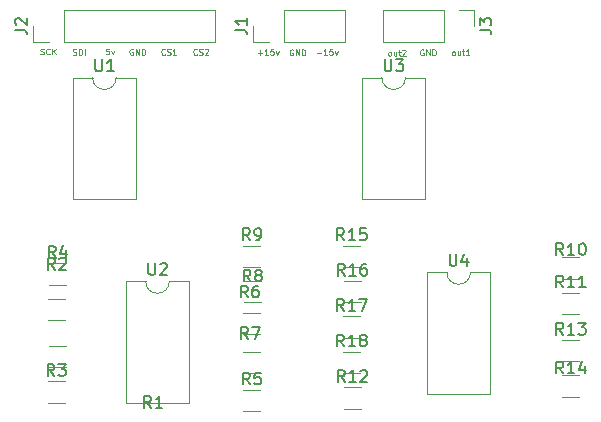
<source format=gbr>
%TF.GenerationSoftware,KiCad,Pcbnew,8.0.6*%
%TF.CreationDate,2024-11-22T18:40:36+01:00*%
%TF.ProjectId,+-10v dac,2b2d3130-7620-4646-9163-2e6b69636164,rev?*%
%TF.SameCoordinates,Original*%
%TF.FileFunction,Legend,Top*%
%TF.FilePolarity,Positive*%
%FSLAX46Y46*%
G04 Gerber Fmt 4.6, Leading zero omitted, Abs format (unit mm)*
G04 Created by KiCad (PCBNEW 8.0.6) date 2024-11-22 18:40:36*
%MOMM*%
%LPD*%
G01*
G04 APERTURE LIST*
%ADD10C,0.100000*%
%ADD11C,0.150000*%
%ADD12C,0.120000*%
G04 APERTURE END LIST*
D10*
X140036265Y-74493609D02*
X139988646Y-74469800D01*
X139988646Y-74469800D02*
X139964836Y-74445990D01*
X139964836Y-74445990D02*
X139941027Y-74398371D01*
X139941027Y-74398371D02*
X139941027Y-74255514D01*
X139941027Y-74255514D02*
X139964836Y-74207895D01*
X139964836Y-74207895D02*
X139988646Y-74184085D01*
X139988646Y-74184085D02*
X140036265Y-74160276D01*
X140036265Y-74160276D02*
X140107693Y-74160276D01*
X140107693Y-74160276D02*
X140155312Y-74184085D01*
X140155312Y-74184085D02*
X140179122Y-74207895D01*
X140179122Y-74207895D02*
X140202931Y-74255514D01*
X140202931Y-74255514D02*
X140202931Y-74398371D01*
X140202931Y-74398371D02*
X140179122Y-74445990D01*
X140179122Y-74445990D02*
X140155312Y-74469800D01*
X140155312Y-74469800D02*
X140107693Y-74493609D01*
X140107693Y-74493609D02*
X140036265Y-74493609D01*
X140631503Y-74160276D02*
X140631503Y-74493609D01*
X140417217Y-74160276D02*
X140417217Y-74422180D01*
X140417217Y-74422180D02*
X140441027Y-74469800D01*
X140441027Y-74469800D02*
X140488646Y-74493609D01*
X140488646Y-74493609D02*
X140560074Y-74493609D01*
X140560074Y-74493609D02*
X140607693Y-74469800D01*
X140607693Y-74469800D02*
X140631503Y-74445990D01*
X140798170Y-74160276D02*
X140988646Y-74160276D01*
X140869598Y-73993609D02*
X140869598Y-74422180D01*
X140869598Y-74422180D02*
X140893408Y-74469800D01*
X140893408Y-74469800D02*
X140941027Y-74493609D01*
X140941027Y-74493609D02*
X140988646Y-74493609D01*
X141417217Y-74493609D02*
X141131503Y-74493609D01*
X141274360Y-74493609D02*
X141274360Y-73993609D01*
X141274360Y-73993609D02*
X141226741Y-74065038D01*
X141226741Y-74065038D02*
X141179122Y-74112657D01*
X141179122Y-74112657D02*
X141131503Y-74136466D01*
X137526741Y-74017419D02*
X137479122Y-73993609D01*
X137479122Y-73993609D02*
X137407693Y-73993609D01*
X137407693Y-73993609D02*
X137336265Y-74017419D01*
X137336265Y-74017419D02*
X137288646Y-74065038D01*
X137288646Y-74065038D02*
X137264836Y-74112657D01*
X137264836Y-74112657D02*
X137241027Y-74207895D01*
X137241027Y-74207895D02*
X137241027Y-74279323D01*
X137241027Y-74279323D02*
X137264836Y-74374561D01*
X137264836Y-74374561D02*
X137288646Y-74422180D01*
X137288646Y-74422180D02*
X137336265Y-74469800D01*
X137336265Y-74469800D02*
X137407693Y-74493609D01*
X137407693Y-74493609D02*
X137455312Y-74493609D01*
X137455312Y-74493609D02*
X137526741Y-74469800D01*
X137526741Y-74469800D02*
X137550550Y-74445990D01*
X137550550Y-74445990D02*
X137550550Y-74279323D01*
X137550550Y-74279323D02*
X137455312Y-74279323D01*
X137764836Y-74493609D02*
X137764836Y-73993609D01*
X137764836Y-73993609D02*
X138050550Y-74493609D01*
X138050550Y-74493609D02*
X138050550Y-73993609D01*
X138288646Y-74493609D02*
X138288646Y-73993609D01*
X138288646Y-73993609D02*
X138407694Y-73993609D01*
X138407694Y-73993609D02*
X138479122Y-74017419D01*
X138479122Y-74017419D02*
X138526741Y-74065038D01*
X138526741Y-74065038D02*
X138550551Y-74112657D01*
X138550551Y-74112657D02*
X138574360Y-74207895D01*
X138574360Y-74207895D02*
X138574360Y-74279323D01*
X138574360Y-74279323D02*
X138550551Y-74374561D01*
X138550551Y-74374561D02*
X138526741Y-74422180D01*
X138526741Y-74422180D02*
X138479122Y-74469800D01*
X138479122Y-74469800D02*
X138407694Y-74493609D01*
X138407694Y-74493609D02*
X138288646Y-74493609D01*
X134646265Y-74518637D02*
X134598646Y-74494828D01*
X134598646Y-74494828D02*
X134574836Y-74471018D01*
X134574836Y-74471018D02*
X134551027Y-74423399D01*
X134551027Y-74423399D02*
X134551027Y-74280542D01*
X134551027Y-74280542D02*
X134574836Y-74232923D01*
X134574836Y-74232923D02*
X134598646Y-74209113D01*
X134598646Y-74209113D02*
X134646265Y-74185304D01*
X134646265Y-74185304D02*
X134717693Y-74185304D01*
X134717693Y-74185304D02*
X134765312Y-74209113D01*
X134765312Y-74209113D02*
X134789122Y-74232923D01*
X134789122Y-74232923D02*
X134812931Y-74280542D01*
X134812931Y-74280542D02*
X134812931Y-74423399D01*
X134812931Y-74423399D02*
X134789122Y-74471018D01*
X134789122Y-74471018D02*
X134765312Y-74494828D01*
X134765312Y-74494828D02*
X134717693Y-74518637D01*
X134717693Y-74518637D02*
X134646265Y-74518637D01*
X135241503Y-74185304D02*
X135241503Y-74518637D01*
X135027217Y-74185304D02*
X135027217Y-74447208D01*
X135027217Y-74447208D02*
X135051027Y-74494828D01*
X135051027Y-74494828D02*
X135098646Y-74518637D01*
X135098646Y-74518637D02*
X135170074Y-74518637D01*
X135170074Y-74518637D02*
X135217693Y-74494828D01*
X135217693Y-74494828D02*
X135241503Y-74471018D01*
X135408170Y-74185304D02*
X135598646Y-74185304D01*
X135479598Y-74018637D02*
X135479598Y-74447208D01*
X135479598Y-74447208D02*
X135503408Y-74494828D01*
X135503408Y-74494828D02*
X135551027Y-74518637D01*
X135551027Y-74518637D02*
X135598646Y-74518637D01*
X135741503Y-74066256D02*
X135765312Y-74042447D01*
X135765312Y-74042447D02*
X135812931Y-74018637D01*
X135812931Y-74018637D02*
X135931979Y-74018637D01*
X135931979Y-74018637D02*
X135979598Y-74042447D01*
X135979598Y-74042447D02*
X136003407Y-74066256D01*
X136003407Y-74066256D02*
X136027217Y-74113875D01*
X136027217Y-74113875D02*
X136027217Y-74161494D01*
X136027217Y-74161494D02*
X136003407Y-74232923D01*
X136003407Y-74232923D02*
X135717693Y-74518637D01*
X135717693Y-74518637D02*
X136027217Y-74518637D01*
X128494836Y-74253133D02*
X128875789Y-74253133D01*
X129375789Y-74443609D02*
X129090075Y-74443609D01*
X129232932Y-74443609D02*
X129232932Y-73943609D01*
X129232932Y-73943609D02*
X129185313Y-74015038D01*
X129185313Y-74015038D02*
X129137694Y-74062657D01*
X129137694Y-74062657D02*
X129090075Y-74086466D01*
X129828169Y-73943609D02*
X129590074Y-73943609D01*
X129590074Y-73943609D02*
X129566265Y-74181704D01*
X129566265Y-74181704D02*
X129590074Y-74157895D01*
X129590074Y-74157895D02*
X129637693Y-74134085D01*
X129637693Y-74134085D02*
X129756741Y-74134085D01*
X129756741Y-74134085D02*
X129804360Y-74157895D01*
X129804360Y-74157895D02*
X129828169Y-74181704D01*
X129828169Y-74181704D02*
X129851979Y-74229323D01*
X129851979Y-74229323D02*
X129851979Y-74348371D01*
X129851979Y-74348371D02*
X129828169Y-74395990D01*
X129828169Y-74395990D02*
X129804360Y-74419800D01*
X129804360Y-74419800D02*
X129756741Y-74443609D01*
X129756741Y-74443609D02*
X129637693Y-74443609D01*
X129637693Y-74443609D02*
X129590074Y-74419800D01*
X129590074Y-74419800D02*
X129566265Y-74395990D01*
X130018645Y-74110276D02*
X130137693Y-74443609D01*
X130137693Y-74443609D02*
X130256740Y-74110276D01*
X126476741Y-74017419D02*
X126429122Y-73993609D01*
X126429122Y-73993609D02*
X126357693Y-73993609D01*
X126357693Y-73993609D02*
X126286265Y-74017419D01*
X126286265Y-74017419D02*
X126238646Y-74065038D01*
X126238646Y-74065038D02*
X126214836Y-74112657D01*
X126214836Y-74112657D02*
X126191027Y-74207895D01*
X126191027Y-74207895D02*
X126191027Y-74279323D01*
X126191027Y-74279323D02*
X126214836Y-74374561D01*
X126214836Y-74374561D02*
X126238646Y-74422180D01*
X126238646Y-74422180D02*
X126286265Y-74469800D01*
X126286265Y-74469800D02*
X126357693Y-74493609D01*
X126357693Y-74493609D02*
X126405312Y-74493609D01*
X126405312Y-74493609D02*
X126476741Y-74469800D01*
X126476741Y-74469800D02*
X126500550Y-74445990D01*
X126500550Y-74445990D02*
X126500550Y-74279323D01*
X126500550Y-74279323D02*
X126405312Y-74279323D01*
X126714836Y-74493609D02*
X126714836Y-73993609D01*
X126714836Y-73993609D02*
X127000550Y-74493609D01*
X127000550Y-74493609D02*
X127000550Y-73993609D01*
X127238646Y-74493609D02*
X127238646Y-73993609D01*
X127238646Y-73993609D02*
X127357694Y-73993609D01*
X127357694Y-73993609D02*
X127429122Y-74017419D01*
X127429122Y-74017419D02*
X127476741Y-74065038D01*
X127476741Y-74065038D02*
X127500551Y-74112657D01*
X127500551Y-74112657D02*
X127524360Y-74207895D01*
X127524360Y-74207895D02*
X127524360Y-74279323D01*
X127524360Y-74279323D02*
X127500551Y-74374561D01*
X127500551Y-74374561D02*
X127476741Y-74422180D01*
X127476741Y-74422180D02*
X127429122Y-74469800D01*
X127429122Y-74469800D02*
X127357694Y-74493609D01*
X127357694Y-74493609D02*
X127238646Y-74493609D01*
X123494836Y-74253133D02*
X123875789Y-74253133D01*
X123685312Y-74443609D02*
X123685312Y-74062657D01*
X124375789Y-74443609D02*
X124090075Y-74443609D01*
X124232932Y-74443609D02*
X124232932Y-73943609D01*
X124232932Y-73943609D02*
X124185313Y-74015038D01*
X124185313Y-74015038D02*
X124137694Y-74062657D01*
X124137694Y-74062657D02*
X124090075Y-74086466D01*
X124828169Y-73943609D02*
X124590074Y-73943609D01*
X124590074Y-73943609D02*
X124566265Y-74181704D01*
X124566265Y-74181704D02*
X124590074Y-74157895D01*
X124590074Y-74157895D02*
X124637693Y-74134085D01*
X124637693Y-74134085D02*
X124756741Y-74134085D01*
X124756741Y-74134085D02*
X124804360Y-74157895D01*
X124804360Y-74157895D02*
X124828169Y-74181704D01*
X124828169Y-74181704D02*
X124851979Y-74229323D01*
X124851979Y-74229323D02*
X124851979Y-74348371D01*
X124851979Y-74348371D02*
X124828169Y-74395990D01*
X124828169Y-74395990D02*
X124804360Y-74419800D01*
X124804360Y-74419800D02*
X124756741Y-74443609D01*
X124756741Y-74443609D02*
X124637693Y-74443609D01*
X124637693Y-74443609D02*
X124590074Y-74419800D01*
X124590074Y-74419800D02*
X124566265Y-74395990D01*
X125018645Y-74110276D02*
X125137693Y-74443609D01*
X125137693Y-74443609D02*
X125256740Y-74110276D01*
X118350550Y-74395990D02*
X118326741Y-74419800D01*
X118326741Y-74419800D02*
X118255312Y-74443609D01*
X118255312Y-74443609D02*
X118207693Y-74443609D01*
X118207693Y-74443609D02*
X118136265Y-74419800D01*
X118136265Y-74419800D02*
X118088646Y-74372180D01*
X118088646Y-74372180D02*
X118064836Y-74324561D01*
X118064836Y-74324561D02*
X118041027Y-74229323D01*
X118041027Y-74229323D02*
X118041027Y-74157895D01*
X118041027Y-74157895D02*
X118064836Y-74062657D01*
X118064836Y-74062657D02*
X118088646Y-74015038D01*
X118088646Y-74015038D02*
X118136265Y-73967419D01*
X118136265Y-73967419D02*
X118207693Y-73943609D01*
X118207693Y-73943609D02*
X118255312Y-73943609D01*
X118255312Y-73943609D02*
X118326741Y-73967419D01*
X118326741Y-73967419D02*
X118350550Y-73991228D01*
X118541027Y-74419800D02*
X118612455Y-74443609D01*
X118612455Y-74443609D02*
X118731503Y-74443609D01*
X118731503Y-74443609D02*
X118779122Y-74419800D01*
X118779122Y-74419800D02*
X118802931Y-74395990D01*
X118802931Y-74395990D02*
X118826741Y-74348371D01*
X118826741Y-74348371D02*
X118826741Y-74300752D01*
X118826741Y-74300752D02*
X118802931Y-74253133D01*
X118802931Y-74253133D02*
X118779122Y-74229323D01*
X118779122Y-74229323D02*
X118731503Y-74205514D01*
X118731503Y-74205514D02*
X118636265Y-74181704D01*
X118636265Y-74181704D02*
X118588646Y-74157895D01*
X118588646Y-74157895D02*
X118564836Y-74134085D01*
X118564836Y-74134085D02*
X118541027Y-74086466D01*
X118541027Y-74086466D02*
X118541027Y-74038847D01*
X118541027Y-74038847D02*
X118564836Y-73991228D01*
X118564836Y-73991228D02*
X118588646Y-73967419D01*
X118588646Y-73967419D02*
X118636265Y-73943609D01*
X118636265Y-73943609D02*
X118755312Y-73943609D01*
X118755312Y-73943609D02*
X118826741Y-73967419D01*
X119017217Y-73991228D02*
X119041026Y-73967419D01*
X119041026Y-73967419D02*
X119088645Y-73943609D01*
X119088645Y-73943609D02*
X119207693Y-73943609D01*
X119207693Y-73943609D02*
X119255312Y-73967419D01*
X119255312Y-73967419D02*
X119279121Y-73991228D01*
X119279121Y-73991228D02*
X119302931Y-74038847D01*
X119302931Y-74038847D02*
X119302931Y-74086466D01*
X119302931Y-74086466D02*
X119279121Y-74157895D01*
X119279121Y-74157895D02*
X118993407Y-74443609D01*
X118993407Y-74443609D02*
X119302931Y-74443609D01*
X115640550Y-74395990D02*
X115616741Y-74419800D01*
X115616741Y-74419800D02*
X115545312Y-74443609D01*
X115545312Y-74443609D02*
X115497693Y-74443609D01*
X115497693Y-74443609D02*
X115426265Y-74419800D01*
X115426265Y-74419800D02*
X115378646Y-74372180D01*
X115378646Y-74372180D02*
X115354836Y-74324561D01*
X115354836Y-74324561D02*
X115331027Y-74229323D01*
X115331027Y-74229323D02*
X115331027Y-74157895D01*
X115331027Y-74157895D02*
X115354836Y-74062657D01*
X115354836Y-74062657D02*
X115378646Y-74015038D01*
X115378646Y-74015038D02*
X115426265Y-73967419D01*
X115426265Y-73967419D02*
X115497693Y-73943609D01*
X115497693Y-73943609D02*
X115545312Y-73943609D01*
X115545312Y-73943609D02*
X115616741Y-73967419D01*
X115616741Y-73967419D02*
X115640550Y-73991228D01*
X115831027Y-74419800D02*
X115902455Y-74443609D01*
X115902455Y-74443609D02*
X116021503Y-74443609D01*
X116021503Y-74443609D02*
X116069122Y-74419800D01*
X116069122Y-74419800D02*
X116092931Y-74395990D01*
X116092931Y-74395990D02*
X116116741Y-74348371D01*
X116116741Y-74348371D02*
X116116741Y-74300752D01*
X116116741Y-74300752D02*
X116092931Y-74253133D01*
X116092931Y-74253133D02*
X116069122Y-74229323D01*
X116069122Y-74229323D02*
X116021503Y-74205514D01*
X116021503Y-74205514D02*
X115926265Y-74181704D01*
X115926265Y-74181704D02*
X115878646Y-74157895D01*
X115878646Y-74157895D02*
X115854836Y-74134085D01*
X115854836Y-74134085D02*
X115831027Y-74086466D01*
X115831027Y-74086466D02*
X115831027Y-74038847D01*
X115831027Y-74038847D02*
X115854836Y-73991228D01*
X115854836Y-73991228D02*
X115878646Y-73967419D01*
X115878646Y-73967419D02*
X115926265Y-73943609D01*
X115926265Y-73943609D02*
X116045312Y-73943609D01*
X116045312Y-73943609D02*
X116116741Y-73967419D01*
X116592931Y-74443609D02*
X116307217Y-74443609D01*
X116450074Y-74443609D02*
X116450074Y-73943609D01*
X116450074Y-73943609D02*
X116402455Y-74015038D01*
X116402455Y-74015038D02*
X116354836Y-74062657D01*
X116354836Y-74062657D02*
X116307217Y-74086466D01*
X112916741Y-73967419D02*
X112869122Y-73943609D01*
X112869122Y-73943609D02*
X112797693Y-73943609D01*
X112797693Y-73943609D02*
X112726265Y-73967419D01*
X112726265Y-73967419D02*
X112678646Y-74015038D01*
X112678646Y-74015038D02*
X112654836Y-74062657D01*
X112654836Y-74062657D02*
X112631027Y-74157895D01*
X112631027Y-74157895D02*
X112631027Y-74229323D01*
X112631027Y-74229323D02*
X112654836Y-74324561D01*
X112654836Y-74324561D02*
X112678646Y-74372180D01*
X112678646Y-74372180D02*
X112726265Y-74419800D01*
X112726265Y-74419800D02*
X112797693Y-74443609D01*
X112797693Y-74443609D02*
X112845312Y-74443609D01*
X112845312Y-74443609D02*
X112916741Y-74419800D01*
X112916741Y-74419800D02*
X112940550Y-74395990D01*
X112940550Y-74395990D02*
X112940550Y-74229323D01*
X112940550Y-74229323D02*
X112845312Y-74229323D01*
X113154836Y-74443609D02*
X113154836Y-73943609D01*
X113154836Y-73943609D02*
X113440550Y-74443609D01*
X113440550Y-74443609D02*
X113440550Y-73943609D01*
X113678646Y-74443609D02*
X113678646Y-73943609D01*
X113678646Y-73943609D02*
X113797694Y-73943609D01*
X113797694Y-73943609D02*
X113869122Y-73967419D01*
X113869122Y-73967419D02*
X113916741Y-74015038D01*
X113916741Y-74015038D02*
X113940551Y-74062657D01*
X113940551Y-74062657D02*
X113964360Y-74157895D01*
X113964360Y-74157895D02*
X113964360Y-74229323D01*
X113964360Y-74229323D02*
X113940551Y-74324561D01*
X113940551Y-74324561D02*
X113916741Y-74372180D01*
X113916741Y-74372180D02*
X113869122Y-74419800D01*
X113869122Y-74419800D02*
X113797694Y-74443609D01*
X113797694Y-74443609D02*
X113678646Y-74443609D01*
X110892931Y-73913609D02*
X110654836Y-73913609D01*
X110654836Y-73913609D02*
X110631027Y-74151704D01*
X110631027Y-74151704D02*
X110654836Y-74127895D01*
X110654836Y-74127895D02*
X110702455Y-74104085D01*
X110702455Y-74104085D02*
X110821503Y-74104085D01*
X110821503Y-74104085D02*
X110869122Y-74127895D01*
X110869122Y-74127895D02*
X110892931Y-74151704D01*
X110892931Y-74151704D02*
X110916741Y-74199323D01*
X110916741Y-74199323D02*
X110916741Y-74318371D01*
X110916741Y-74318371D02*
X110892931Y-74365990D01*
X110892931Y-74365990D02*
X110869122Y-74389800D01*
X110869122Y-74389800D02*
X110821503Y-74413609D01*
X110821503Y-74413609D02*
X110702455Y-74413609D01*
X110702455Y-74413609D02*
X110654836Y-74389800D01*
X110654836Y-74389800D02*
X110631027Y-74365990D01*
X111083407Y-74080276D02*
X111202455Y-74413609D01*
X111202455Y-74413609D02*
X111321502Y-74080276D01*
X107851027Y-74419800D02*
X107922455Y-74443609D01*
X107922455Y-74443609D02*
X108041503Y-74443609D01*
X108041503Y-74443609D02*
X108089122Y-74419800D01*
X108089122Y-74419800D02*
X108112931Y-74395990D01*
X108112931Y-74395990D02*
X108136741Y-74348371D01*
X108136741Y-74348371D02*
X108136741Y-74300752D01*
X108136741Y-74300752D02*
X108112931Y-74253133D01*
X108112931Y-74253133D02*
X108089122Y-74229323D01*
X108089122Y-74229323D02*
X108041503Y-74205514D01*
X108041503Y-74205514D02*
X107946265Y-74181704D01*
X107946265Y-74181704D02*
X107898646Y-74157895D01*
X107898646Y-74157895D02*
X107874836Y-74134085D01*
X107874836Y-74134085D02*
X107851027Y-74086466D01*
X107851027Y-74086466D02*
X107851027Y-74038847D01*
X107851027Y-74038847D02*
X107874836Y-73991228D01*
X107874836Y-73991228D02*
X107898646Y-73967419D01*
X107898646Y-73967419D02*
X107946265Y-73943609D01*
X107946265Y-73943609D02*
X108065312Y-73943609D01*
X108065312Y-73943609D02*
X108136741Y-73967419D01*
X108351026Y-74443609D02*
X108351026Y-73943609D01*
X108351026Y-73943609D02*
X108470074Y-73943609D01*
X108470074Y-73943609D02*
X108541502Y-73967419D01*
X108541502Y-73967419D02*
X108589121Y-74015038D01*
X108589121Y-74015038D02*
X108612931Y-74062657D01*
X108612931Y-74062657D02*
X108636740Y-74157895D01*
X108636740Y-74157895D02*
X108636740Y-74229323D01*
X108636740Y-74229323D02*
X108612931Y-74324561D01*
X108612931Y-74324561D02*
X108589121Y-74372180D01*
X108589121Y-74372180D02*
X108541502Y-74419800D01*
X108541502Y-74419800D02*
X108470074Y-74443609D01*
X108470074Y-74443609D02*
X108351026Y-74443609D01*
X108851026Y-74443609D02*
X108851026Y-73943609D01*
X105101027Y-74389800D02*
X105172455Y-74413609D01*
X105172455Y-74413609D02*
X105291503Y-74413609D01*
X105291503Y-74413609D02*
X105339122Y-74389800D01*
X105339122Y-74389800D02*
X105362931Y-74365990D01*
X105362931Y-74365990D02*
X105386741Y-74318371D01*
X105386741Y-74318371D02*
X105386741Y-74270752D01*
X105386741Y-74270752D02*
X105362931Y-74223133D01*
X105362931Y-74223133D02*
X105339122Y-74199323D01*
X105339122Y-74199323D02*
X105291503Y-74175514D01*
X105291503Y-74175514D02*
X105196265Y-74151704D01*
X105196265Y-74151704D02*
X105148646Y-74127895D01*
X105148646Y-74127895D02*
X105124836Y-74104085D01*
X105124836Y-74104085D02*
X105101027Y-74056466D01*
X105101027Y-74056466D02*
X105101027Y-74008847D01*
X105101027Y-74008847D02*
X105124836Y-73961228D01*
X105124836Y-73961228D02*
X105148646Y-73937419D01*
X105148646Y-73937419D02*
X105196265Y-73913609D01*
X105196265Y-73913609D02*
X105315312Y-73913609D01*
X105315312Y-73913609D02*
X105386741Y-73937419D01*
X105886740Y-74365990D02*
X105862931Y-74389800D01*
X105862931Y-74389800D02*
X105791502Y-74413609D01*
X105791502Y-74413609D02*
X105743883Y-74413609D01*
X105743883Y-74413609D02*
X105672455Y-74389800D01*
X105672455Y-74389800D02*
X105624836Y-74342180D01*
X105624836Y-74342180D02*
X105601026Y-74294561D01*
X105601026Y-74294561D02*
X105577217Y-74199323D01*
X105577217Y-74199323D02*
X105577217Y-74127895D01*
X105577217Y-74127895D02*
X105601026Y-74032657D01*
X105601026Y-74032657D02*
X105624836Y-73985038D01*
X105624836Y-73985038D02*
X105672455Y-73937419D01*
X105672455Y-73937419D02*
X105743883Y-73913609D01*
X105743883Y-73913609D02*
X105791502Y-73913609D01*
X105791502Y-73913609D02*
X105862931Y-73937419D01*
X105862931Y-73937419D02*
X105886740Y-73961228D01*
X106101026Y-74413609D02*
X106101026Y-73913609D01*
X106386740Y-74413609D02*
X106172455Y-74127895D01*
X106386740Y-73913609D02*
X106101026Y-74199323D01*
D11*
X139748095Y-91324819D02*
X139748095Y-92134342D01*
X139748095Y-92134342D02*
X139795714Y-92229580D01*
X139795714Y-92229580D02*
X139843333Y-92277200D01*
X139843333Y-92277200D02*
X139938571Y-92324819D01*
X139938571Y-92324819D02*
X140129047Y-92324819D01*
X140129047Y-92324819D02*
X140224285Y-92277200D01*
X140224285Y-92277200D02*
X140271904Y-92229580D01*
X140271904Y-92229580D02*
X140319523Y-92134342D01*
X140319523Y-92134342D02*
X140319523Y-91324819D01*
X141224285Y-91658152D02*
X141224285Y-92324819D01*
X140986190Y-91277200D02*
X140748095Y-91991485D01*
X140748095Y-91991485D02*
X141367142Y-91991485D01*
X134248095Y-74824819D02*
X134248095Y-75634342D01*
X134248095Y-75634342D02*
X134295714Y-75729580D01*
X134295714Y-75729580D02*
X134343333Y-75777200D01*
X134343333Y-75777200D02*
X134438571Y-75824819D01*
X134438571Y-75824819D02*
X134629047Y-75824819D01*
X134629047Y-75824819D02*
X134724285Y-75777200D01*
X134724285Y-75777200D02*
X134771904Y-75729580D01*
X134771904Y-75729580D02*
X134819523Y-75634342D01*
X134819523Y-75634342D02*
X134819523Y-74824819D01*
X135200476Y-74824819D02*
X135819523Y-74824819D01*
X135819523Y-74824819D02*
X135486190Y-75205771D01*
X135486190Y-75205771D02*
X135629047Y-75205771D01*
X135629047Y-75205771D02*
X135724285Y-75253390D01*
X135724285Y-75253390D02*
X135771904Y-75301009D01*
X135771904Y-75301009D02*
X135819523Y-75396247D01*
X135819523Y-75396247D02*
X135819523Y-75634342D01*
X135819523Y-75634342D02*
X135771904Y-75729580D01*
X135771904Y-75729580D02*
X135724285Y-75777200D01*
X135724285Y-75777200D02*
X135629047Y-75824819D01*
X135629047Y-75824819D02*
X135343333Y-75824819D01*
X135343333Y-75824819D02*
X135248095Y-75777200D01*
X135248095Y-75777200D02*
X135200476Y-75729580D01*
X114248095Y-92084819D02*
X114248095Y-92894342D01*
X114248095Y-92894342D02*
X114295714Y-92989580D01*
X114295714Y-92989580D02*
X114343333Y-93037200D01*
X114343333Y-93037200D02*
X114438571Y-93084819D01*
X114438571Y-93084819D02*
X114629047Y-93084819D01*
X114629047Y-93084819D02*
X114724285Y-93037200D01*
X114724285Y-93037200D02*
X114771904Y-92989580D01*
X114771904Y-92989580D02*
X114819523Y-92894342D01*
X114819523Y-92894342D02*
X114819523Y-92084819D01*
X115248095Y-92180057D02*
X115295714Y-92132438D01*
X115295714Y-92132438D02*
X115390952Y-92084819D01*
X115390952Y-92084819D02*
X115629047Y-92084819D01*
X115629047Y-92084819D02*
X115724285Y-92132438D01*
X115724285Y-92132438D02*
X115771904Y-92180057D01*
X115771904Y-92180057D02*
X115819523Y-92275295D01*
X115819523Y-92275295D02*
X115819523Y-92370533D01*
X115819523Y-92370533D02*
X115771904Y-92513390D01*
X115771904Y-92513390D02*
X115200476Y-93084819D01*
X115200476Y-93084819D02*
X115819523Y-93084819D01*
X109748095Y-74824819D02*
X109748095Y-75634342D01*
X109748095Y-75634342D02*
X109795714Y-75729580D01*
X109795714Y-75729580D02*
X109843333Y-75777200D01*
X109843333Y-75777200D02*
X109938571Y-75824819D01*
X109938571Y-75824819D02*
X110129047Y-75824819D01*
X110129047Y-75824819D02*
X110224285Y-75777200D01*
X110224285Y-75777200D02*
X110271904Y-75729580D01*
X110271904Y-75729580D02*
X110319523Y-75634342D01*
X110319523Y-75634342D02*
X110319523Y-74824819D01*
X111319523Y-75824819D02*
X110748095Y-75824819D01*
X111033809Y-75824819D02*
X111033809Y-74824819D01*
X111033809Y-74824819D02*
X110938571Y-74967676D01*
X110938571Y-74967676D02*
X110843333Y-75062914D01*
X110843333Y-75062914D02*
X110748095Y-75110533D01*
X130807142Y-99134819D02*
X130473809Y-98658628D01*
X130235714Y-99134819D02*
X130235714Y-98134819D01*
X130235714Y-98134819D02*
X130616666Y-98134819D01*
X130616666Y-98134819D02*
X130711904Y-98182438D01*
X130711904Y-98182438D02*
X130759523Y-98230057D01*
X130759523Y-98230057D02*
X130807142Y-98325295D01*
X130807142Y-98325295D02*
X130807142Y-98468152D01*
X130807142Y-98468152D02*
X130759523Y-98563390D01*
X130759523Y-98563390D02*
X130711904Y-98611009D01*
X130711904Y-98611009D02*
X130616666Y-98658628D01*
X130616666Y-98658628D02*
X130235714Y-98658628D01*
X131759523Y-99134819D02*
X131188095Y-99134819D01*
X131473809Y-99134819D02*
X131473809Y-98134819D01*
X131473809Y-98134819D02*
X131378571Y-98277676D01*
X131378571Y-98277676D02*
X131283333Y-98372914D01*
X131283333Y-98372914D02*
X131188095Y-98420533D01*
X132330952Y-98563390D02*
X132235714Y-98515771D01*
X132235714Y-98515771D02*
X132188095Y-98468152D01*
X132188095Y-98468152D02*
X132140476Y-98372914D01*
X132140476Y-98372914D02*
X132140476Y-98325295D01*
X132140476Y-98325295D02*
X132188095Y-98230057D01*
X132188095Y-98230057D02*
X132235714Y-98182438D01*
X132235714Y-98182438D02*
X132330952Y-98134819D01*
X132330952Y-98134819D02*
X132521428Y-98134819D01*
X132521428Y-98134819D02*
X132616666Y-98182438D01*
X132616666Y-98182438D02*
X132664285Y-98230057D01*
X132664285Y-98230057D02*
X132711904Y-98325295D01*
X132711904Y-98325295D02*
X132711904Y-98372914D01*
X132711904Y-98372914D02*
X132664285Y-98468152D01*
X132664285Y-98468152D02*
X132616666Y-98515771D01*
X132616666Y-98515771D02*
X132521428Y-98563390D01*
X132521428Y-98563390D02*
X132330952Y-98563390D01*
X132330952Y-98563390D02*
X132235714Y-98611009D01*
X132235714Y-98611009D02*
X132188095Y-98658628D01*
X132188095Y-98658628D02*
X132140476Y-98753866D01*
X132140476Y-98753866D02*
X132140476Y-98944342D01*
X132140476Y-98944342D02*
X132188095Y-99039580D01*
X132188095Y-99039580D02*
X132235714Y-99087200D01*
X132235714Y-99087200D02*
X132330952Y-99134819D01*
X132330952Y-99134819D02*
X132521428Y-99134819D01*
X132521428Y-99134819D02*
X132616666Y-99087200D01*
X132616666Y-99087200D02*
X132664285Y-99039580D01*
X132664285Y-99039580D02*
X132711904Y-98944342D01*
X132711904Y-98944342D02*
X132711904Y-98753866D01*
X132711904Y-98753866D02*
X132664285Y-98658628D01*
X132664285Y-98658628D02*
X132616666Y-98611009D01*
X132616666Y-98611009D02*
X132521428Y-98563390D01*
X130807142Y-96134819D02*
X130473809Y-95658628D01*
X130235714Y-96134819D02*
X130235714Y-95134819D01*
X130235714Y-95134819D02*
X130616666Y-95134819D01*
X130616666Y-95134819D02*
X130711904Y-95182438D01*
X130711904Y-95182438D02*
X130759523Y-95230057D01*
X130759523Y-95230057D02*
X130807142Y-95325295D01*
X130807142Y-95325295D02*
X130807142Y-95468152D01*
X130807142Y-95468152D02*
X130759523Y-95563390D01*
X130759523Y-95563390D02*
X130711904Y-95611009D01*
X130711904Y-95611009D02*
X130616666Y-95658628D01*
X130616666Y-95658628D02*
X130235714Y-95658628D01*
X131759523Y-96134819D02*
X131188095Y-96134819D01*
X131473809Y-96134819D02*
X131473809Y-95134819D01*
X131473809Y-95134819D02*
X131378571Y-95277676D01*
X131378571Y-95277676D02*
X131283333Y-95372914D01*
X131283333Y-95372914D02*
X131188095Y-95420533D01*
X132092857Y-95134819D02*
X132759523Y-95134819D01*
X132759523Y-95134819D02*
X132330952Y-96134819D01*
X130857142Y-93134819D02*
X130523809Y-92658628D01*
X130285714Y-93134819D02*
X130285714Y-92134819D01*
X130285714Y-92134819D02*
X130666666Y-92134819D01*
X130666666Y-92134819D02*
X130761904Y-92182438D01*
X130761904Y-92182438D02*
X130809523Y-92230057D01*
X130809523Y-92230057D02*
X130857142Y-92325295D01*
X130857142Y-92325295D02*
X130857142Y-92468152D01*
X130857142Y-92468152D02*
X130809523Y-92563390D01*
X130809523Y-92563390D02*
X130761904Y-92611009D01*
X130761904Y-92611009D02*
X130666666Y-92658628D01*
X130666666Y-92658628D02*
X130285714Y-92658628D01*
X131809523Y-93134819D02*
X131238095Y-93134819D01*
X131523809Y-93134819D02*
X131523809Y-92134819D01*
X131523809Y-92134819D02*
X131428571Y-92277676D01*
X131428571Y-92277676D02*
X131333333Y-92372914D01*
X131333333Y-92372914D02*
X131238095Y-92420533D01*
X132666666Y-92134819D02*
X132476190Y-92134819D01*
X132476190Y-92134819D02*
X132380952Y-92182438D01*
X132380952Y-92182438D02*
X132333333Y-92230057D01*
X132333333Y-92230057D02*
X132238095Y-92372914D01*
X132238095Y-92372914D02*
X132190476Y-92563390D01*
X132190476Y-92563390D02*
X132190476Y-92944342D01*
X132190476Y-92944342D02*
X132238095Y-93039580D01*
X132238095Y-93039580D02*
X132285714Y-93087200D01*
X132285714Y-93087200D02*
X132380952Y-93134819D01*
X132380952Y-93134819D02*
X132571428Y-93134819D01*
X132571428Y-93134819D02*
X132666666Y-93087200D01*
X132666666Y-93087200D02*
X132714285Y-93039580D01*
X132714285Y-93039580D02*
X132761904Y-92944342D01*
X132761904Y-92944342D02*
X132761904Y-92706247D01*
X132761904Y-92706247D02*
X132714285Y-92611009D01*
X132714285Y-92611009D02*
X132666666Y-92563390D01*
X132666666Y-92563390D02*
X132571428Y-92515771D01*
X132571428Y-92515771D02*
X132380952Y-92515771D01*
X132380952Y-92515771D02*
X132285714Y-92563390D01*
X132285714Y-92563390D02*
X132238095Y-92611009D01*
X132238095Y-92611009D02*
X132190476Y-92706247D01*
X130807142Y-90134819D02*
X130473809Y-89658628D01*
X130235714Y-90134819D02*
X130235714Y-89134819D01*
X130235714Y-89134819D02*
X130616666Y-89134819D01*
X130616666Y-89134819D02*
X130711904Y-89182438D01*
X130711904Y-89182438D02*
X130759523Y-89230057D01*
X130759523Y-89230057D02*
X130807142Y-89325295D01*
X130807142Y-89325295D02*
X130807142Y-89468152D01*
X130807142Y-89468152D02*
X130759523Y-89563390D01*
X130759523Y-89563390D02*
X130711904Y-89611009D01*
X130711904Y-89611009D02*
X130616666Y-89658628D01*
X130616666Y-89658628D02*
X130235714Y-89658628D01*
X131759523Y-90134819D02*
X131188095Y-90134819D01*
X131473809Y-90134819D02*
X131473809Y-89134819D01*
X131473809Y-89134819D02*
X131378571Y-89277676D01*
X131378571Y-89277676D02*
X131283333Y-89372914D01*
X131283333Y-89372914D02*
X131188095Y-89420533D01*
X132664285Y-89134819D02*
X132188095Y-89134819D01*
X132188095Y-89134819D02*
X132140476Y-89611009D01*
X132140476Y-89611009D02*
X132188095Y-89563390D01*
X132188095Y-89563390D02*
X132283333Y-89515771D01*
X132283333Y-89515771D02*
X132521428Y-89515771D01*
X132521428Y-89515771D02*
X132616666Y-89563390D01*
X132616666Y-89563390D02*
X132664285Y-89611009D01*
X132664285Y-89611009D02*
X132711904Y-89706247D01*
X132711904Y-89706247D02*
X132711904Y-89944342D01*
X132711904Y-89944342D02*
X132664285Y-90039580D01*
X132664285Y-90039580D02*
X132616666Y-90087200D01*
X132616666Y-90087200D02*
X132521428Y-90134819D01*
X132521428Y-90134819D02*
X132283333Y-90134819D01*
X132283333Y-90134819D02*
X132188095Y-90087200D01*
X132188095Y-90087200D02*
X132140476Y-90039580D01*
X149357142Y-101424819D02*
X149023809Y-100948628D01*
X148785714Y-101424819D02*
X148785714Y-100424819D01*
X148785714Y-100424819D02*
X149166666Y-100424819D01*
X149166666Y-100424819D02*
X149261904Y-100472438D01*
X149261904Y-100472438D02*
X149309523Y-100520057D01*
X149309523Y-100520057D02*
X149357142Y-100615295D01*
X149357142Y-100615295D02*
X149357142Y-100758152D01*
X149357142Y-100758152D02*
X149309523Y-100853390D01*
X149309523Y-100853390D02*
X149261904Y-100901009D01*
X149261904Y-100901009D02*
X149166666Y-100948628D01*
X149166666Y-100948628D02*
X148785714Y-100948628D01*
X150309523Y-101424819D02*
X149738095Y-101424819D01*
X150023809Y-101424819D02*
X150023809Y-100424819D01*
X150023809Y-100424819D02*
X149928571Y-100567676D01*
X149928571Y-100567676D02*
X149833333Y-100662914D01*
X149833333Y-100662914D02*
X149738095Y-100710533D01*
X151166666Y-100758152D02*
X151166666Y-101424819D01*
X150928571Y-100377200D02*
X150690476Y-101091485D01*
X150690476Y-101091485D02*
X151309523Y-101091485D01*
X149357142Y-98134819D02*
X149023809Y-97658628D01*
X148785714Y-98134819D02*
X148785714Y-97134819D01*
X148785714Y-97134819D02*
X149166666Y-97134819D01*
X149166666Y-97134819D02*
X149261904Y-97182438D01*
X149261904Y-97182438D02*
X149309523Y-97230057D01*
X149309523Y-97230057D02*
X149357142Y-97325295D01*
X149357142Y-97325295D02*
X149357142Y-97468152D01*
X149357142Y-97468152D02*
X149309523Y-97563390D01*
X149309523Y-97563390D02*
X149261904Y-97611009D01*
X149261904Y-97611009D02*
X149166666Y-97658628D01*
X149166666Y-97658628D02*
X148785714Y-97658628D01*
X150309523Y-98134819D02*
X149738095Y-98134819D01*
X150023809Y-98134819D02*
X150023809Y-97134819D01*
X150023809Y-97134819D02*
X149928571Y-97277676D01*
X149928571Y-97277676D02*
X149833333Y-97372914D01*
X149833333Y-97372914D02*
X149738095Y-97420533D01*
X150642857Y-97134819D02*
X151261904Y-97134819D01*
X151261904Y-97134819D02*
X150928571Y-97515771D01*
X150928571Y-97515771D02*
X151071428Y-97515771D01*
X151071428Y-97515771D02*
X151166666Y-97563390D01*
X151166666Y-97563390D02*
X151214285Y-97611009D01*
X151214285Y-97611009D02*
X151261904Y-97706247D01*
X151261904Y-97706247D02*
X151261904Y-97944342D01*
X151261904Y-97944342D02*
X151214285Y-98039580D01*
X151214285Y-98039580D02*
X151166666Y-98087200D01*
X151166666Y-98087200D02*
X151071428Y-98134819D01*
X151071428Y-98134819D02*
X150785714Y-98134819D01*
X150785714Y-98134819D02*
X150690476Y-98087200D01*
X150690476Y-98087200D02*
X150642857Y-98039580D01*
X130857142Y-102134819D02*
X130523809Y-101658628D01*
X130285714Y-102134819D02*
X130285714Y-101134819D01*
X130285714Y-101134819D02*
X130666666Y-101134819D01*
X130666666Y-101134819D02*
X130761904Y-101182438D01*
X130761904Y-101182438D02*
X130809523Y-101230057D01*
X130809523Y-101230057D02*
X130857142Y-101325295D01*
X130857142Y-101325295D02*
X130857142Y-101468152D01*
X130857142Y-101468152D02*
X130809523Y-101563390D01*
X130809523Y-101563390D02*
X130761904Y-101611009D01*
X130761904Y-101611009D02*
X130666666Y-101658628D01*
X130666666Y-101658628D02*
X130285714Y-101658628D01*
X131809523Y-102134819D02*
X131238095Y-102134819D01*
X131523809Y-102134819D02*
X131523809Y-101134819D01*
X131523809Y-101134819D02*
X131428571Y-101277676D01*
X131428571Y-101277676D02*
X131333333Y-101372914D01*
X131333333Y-101372914D02*
X131238095Y-101420533D01*
X132190476Y-101230057D02*
X132238095Y-101182438D01*
X132238095Y-101182438D02*
X132333333Y-101134819D01*
X132333333Y-101134819D02*
X132571428Y-101134819D01*
X132571428Y-101134819D02*
X132666666Y-101182438D01*
X132666666Y-101182438D02*
X132714285Y-101230057D01*
X132714285Y-101230057D02*
X132761904Y-101325295D01*
X132761904Y-101325295D02*
X132761904Y-101420533D01*
X132761904Y-101420533D02*
X132714285Y-101563390D01*
X132714285Y-101563390D02*
X132142857Y-102134819D01*
X132142857Y-102134819D02*
X132761904Y-102134819D01*
X149357142Y-94134819D02*
X149023809Y-93658628D01*
X148785714Y-94134819D02*
X148785714Y-93134819D01*
X148785714Y-93134819D02*
X149166666Y-93134819D01*
X149166666Y-93134819D02*
X149261904Y-93182438D01*
X149261904Y-93182438D02*
X149309523Y-93230057D01*
X149309523Y-93230057D02*
X149357142Y-93325295D01*
X149357142Y-93325295D02*
X149357142Y-93468152D01*
X149357142Y-93468152D02*
X149309523Y-93563390D01*
X149309523Y-93563390D02*
X149261904Y-93611009D01*
X149261904Y-93611009D02*
X149166666Y-93658628D01*
X149166666Y-93658628D02*
X148785714Y-93658628D01*
X150309523Y-94134819D02*
X149738095Y-94134819D01*
X150023809Y-94134819D02*
X150023809Y-93134819D01*
X150023809Y-93134819D02*
X149928571Y-93277676D01*
X149928571Y-93277676D02*
X149833333Y-93372914D01*
X149833333Y-93372914D02*
X149738095Y-93420533D01*
X151261904Y-94134819D02*
X150690476Y-94134819D01*
X150976190Y-94134819D02*
X150976190Y-93134819D01*
X150976190Y-93134819D02*
X150880952Y-93277676D01*
X150880952Y-93277676D02*
X150785714Y-93372914D01*
X150785714Y-93372914D02*
X150690476Y-93420533D01*
X149357142Y-91394819D02*
X149023809Y-90918628D01*
X148785714Y-91394819D02*
X148785714Y-90394819D01*
X148785714Y-90394819D02*
X149166666Y-90394819D01*
X149166666Y-90394819D02*
X149261904Y-90442438D01*
X149261904Y-90442438D02*
X149309523Y-90490057D01*
X149309523Y-90490057D02*
X149357142Y-90585295D01*
X149357142Y-90585295D02*
X149357142Y-90728152D01*
X149357142Y-90728152D02*
X149309523Y-90823390D01*
X149309523Y-90823390D02*
X149261904Y-90871009D01*
X149261904Y-90871009D02*
X149166666Y-90918628D01*
X149166666Y-90918628D02*
X148785714Y-90918628D01*
X150309523Y-91394819D02*
X149738095Y-91394819D01*
X150023809Y-91394819D02*
X150023809Y-90394819D01*
X150023809Y-90394819D02*
X149928571Y-90537676D01*
X149928571Y-90537676D02*
X149833333Y-90632914D01*
X149833333Y-90632914D02*
X149738095Y-90680533D01*
X150928571Y-90394819D02*
X151023809Y-90394819D01*
X151023809Y-90394819D02*
X151119047Y-90442438D01*
X151119047Y-90442438D02*
X151166666Y-90490057D01*
X151166666Y-90490057D02*
X151214285Y-90585295D01*
X151214285Y-90585295D02*
X151261904Y-90775771D01*
X151261904Y-90775771D02*
X151261904Y-91013866D01*
X151261904Y-91013866D02*
X151214285Y-91204342D01*
X151214285Y-91204342D02*
X151166666Y-91299580D01*
X151166666Y-91299580D02*
X151119047Y-91347200D01*
X151119047Y-91347200D02*
X151023809Y-91394819D01*
X151023809Y-91394819D02*
X150928571Y-91394819D01*
X150928571Y-91394819D02*
X150833333Y-91347200D01*
X150833333Y-91347200D02*
X150785714Y-91299580D01*
X150785714Y-91299580D02*
X150738095Y-91204342D01*
X150738095Y-91204342D02*
X150690476Y-91013866D01*
X150690476Y-91013866D02*
X150690476Y-90775771D01*
X150690476Y-90775771D02*
X150738095Y-90585295D01*
X150738095Y-90585295D02*
X150785714Y-90490057D01*
X150785714Y-90490057D02*
X150833333Y-90442438D01*
X150833333Y-90442438D02*
X150928571Y-90394819D01*
X122833333Y-90134819D02*
X122500000Y-89658628D01*
X122261905Y-90134819D02*
X122261905Y-89134819D01*
X122261905Y-89134819D02*
X122642857Y-89134819D01*
X122642857Y-89134819D02*
X122738095Y-89182438D01*
X122738095Y-89182438D02*
X122785714Y-89230057D01*
X122785714Y-89230057D02*
X122833333Y-89325295D01*
X122833333Y-89325295D02*
X122833333Y-89468152D01*
X122833333Y-89468152D02*
X122785714Y-89563390D01*
X122785714Y-89563390D02*
X122738095Y-89611009D01*
X122738095Y-89611009D02*
X122642857Y-89658628D01*
X122642857Y-89658628D02*
X122261905Y-89658628D01*
X123309524Y-90134819D02*
X123500000Y-90134819D01*
X123500000Y-90134819D02*
X123595238Y-90087200D01*
X123595238Y-90087200D02*
X123642857Y-90039580D01*
X123642857Y-90039580D02*
X123738095Y-89896723D01*
X123738095Y-89896723D02*
X123785714Y-89706247D01*
X123785714Y-89706247D02*
X123785714Y-89325295D01*
X123785714Y-89325295D02*
X123738095Y-89230057D01*
X123738095Y-89230057D02*
X123690476Y-89182438D01*
X123690476Y-89182438D02*
X123595238Y-89134819D01*
X123595238Y-89134819D02*
X123404762Y-89134819D01*
X123404762Y-89134819D02*
X123309524Y-89182438D01*
X123309524Y-89182438D02*
X123261905Y-89230057D01*
X123261905Y-89230057D02*
X123214286Y-89325295D01*
X123214286Y-89325295D02*
X123214286Y-89563390D01*
X123214286Y-89563390D02*
X123261905Y-89658628D01*
X123261905Y-89658628D02*
X123309524Y-89706247D01*
X123309524Y-89706247D02*
X123404762Y-89753866D01*
X123404762Y-89753866D02*
X123595238Y-89753866D01*
X123595238Y-89753866D02*
X123690476Y-89706247D01*
X123690476Y-89706247D02*
X123738095Y-89658628D01*
X123738095Y-89658628D02*
X123785714Y-89563390D01*
X122883333Y-93634819D02*
X122550000Y-93158628D01*
X122311905Y-93634819D02*
X122311905Y-92634819D01*
X122311905Y-92634819D02*
X122692857Y-92634819D01*
X122692857Y-92634819D02*
X122788095Y-92682438D01*
X122788095Y-92682438D02*
X122835714Y-92730057D01*
X122835714Y-92730057D02*
X122883333Y-92825295D01*
X122883333Y-92825295D02*
X122883333Y-92968152D01*
X122883333Y-92968152D02*
X122835714Y-93063390D01*
X122835714Y-93063390D02*
X122788095Y-93111009D01*
X122788095Y-93111009D02*
X122692857Y-93158628D01*
X122692857Y-93158628D02*
X122311905Y-93158628D01*
X123454762Y-93063390D02*
X123359524Y-93015771D01*
X123359524Y-93015771D02*
X123311905Y-92968152D01*
X123311905Y-92968152D02*
X123264286Y-92872914D01*
X123264286Y-92872914D02*
X123264286Y-92825295D01*
X123264286Y-92825295D02*
X123311905Y-92730057D01*
X123311905Y-92730057D02*
X123359524Y-92682438D01*
X123359524Y-92682438D02*
X123454762Y-92634819D01*
X123454762Y-92634819D02*
X123645238Y-92634819D01*
X123645238Y-92634819D02*
X123740476Y-92682438D01*
X123740476Y-92682438D02*
X123788095Y-92730057D01*
X123788095Y-92730057D02*
X123835714Y-92825295D01*
X123835714Y-92825295D02*
X123835714Y-92872914D01*
X123835714Y-92872914D02*
X123788095Y-92968152D01*
X123788095Y-92968152D02*
X123740476Y-93015771D01*
X123740476Y-93015771D02*
X123645238Y-93063390D01*
X123645238Y-93063390D02*
X123454762Y-93063390D01*
X123454762Y-93063390D02*
X123359524Y-93111009D01*
X123359524Y-93111009D02*
X123311905Y-93158628D01*
X123311905Y-93158628D02*
X123264286Y-93253866D01*
X123264286Y-93253866D02*
X123264286Y-93444342D01*
X123264286Y-93444342D02*
X123311905Y-93539580D01*
X123311905Y-93539580D02*
X123359524Y-93587200D01*
X123359524Y-93587200D02*
X123454762Y-93634819D01*
X123454762Y-93634819D02*
X123645238Y-93634819D01*
X123645238Y-93634819D02*
X123740476Y-93587200D01*
X123740476Y-93587200D02*
X123788095Y-93539580D01*
X123788095Y-93539580D02*
X123835714Y-93444342D01*
X123835714Y-93444342D02*
X123835714Y-93253866D01*
X123835714Y-93253866D02*
X123788095Y-93158628D01*
X123788095Y-93158628D02*
X123740476Y-93111009D01*
X123740476Y-93111009D02*
X123645238Y-93063390D01*
X122653333Y-98484819D02*
X122320000Y-98008628D01*
X122081905Y-98484819D02*
X122081905Y-97484819D01*
X122081905Y-97484819D02*
X122462857Y-97484819D01*
X122462857Y-97484819D02*
X122558095Y-97532438D01*
X122558095Y-97532438D02*
X122605714Y-97580057D01*
X122605714Y-97580057D02*
X122653333Y-97675295D01*
X122653333Y-97675295D02*
X122653333Y-97818152D01*
X122653333Y-97818152D02*
X122605714Y-97913390D01*
X122605714Y-97913390D02*
X122558095Y-97961009D01*
X122558095Y-97961009D02*
X122462857Y-98008628D01*
X122462857Y-98008628D02*
X122081905Y-98008628D01*
X122986667Y-97484819D02*
X123653333Y-97484819D01*
X123653333Y-97484819D02*
X123224762Y-98484819D01*
X122653333Y-94984819D02*
X122320000Y-94508628D01*
X122081905Y-94984819D02*
X122081905Y-93984819D01*
X122081905Y-93984819D02*
X122462857Y-93984819D01*
X122462857Y-93984819D02*
X122558095Y-94032438D01*
X122558095Y-94032438D02*
X122605714Y-94080057D01*
X122605714Y-94080057D02*
X122653333Y-94175295D01*
X122653333Y-94175295D02*
X122653333Y-94318152D01*
X122653333Y-94318152D02*
X122605714Y-94413390D01*
X122605714Y-94413390D02*
X122558095Y-94461009D01*
X122558095Y-94461009D02*
X122462857Y-94508628D01*
X122462857Y-94508628D02*
X122081905Y-94508628D01*
X123510476Y-93984819D02*
X123320000Y-93984819D01*
X123320000Y-93984819D02*
X123224762Y-94032438D01*
X123224762Y-94032438D02*
X123177143Y-94080057D01*
X123177143Y-94080057D02*
X123081905Y-94222914D01*
X123081905Y-94222914D02*
X123034286Y-94413390D01*
X123034286Y-94413390D02*
X123034286Y-94794342D01*
X123034286Y-94794342D02*
X123081905Y-94889580D01*
X123081905Y-94889580D02*
X123129524Y-94937200D01*
X123129524Y-94937200D02*
X123224762Y-94984819D01*
X123224762Y-94984819D02*
X123415238Y-94984819D01*
X123415238Y-94984819D02*
X123510476Y-94937200D01*
X123510476Y-94937200D02*
X123558095Y-94889580D01*
X123558095Y-94889580D02*
X123605714Y-94794342D01*
X123605714Y-94794342D02*
X123605714Y-94556247D01*
X123605714Y-94556247D02*
X123558095Y-94461009D01*
X123558095Y-94461009D02*
X123510476Y-94413390D01*
X123510476Y-94413390D02*
X123415238Y-94365771D01*
X123415238Y-94365771D02*
X123224762Y-94365771D01*
X123224762Y-94365771D02*
X123129524Y-94413390D01*
X123129524Y-94413390D02*
X123081905Y-94461009D01*
X123081905Y-94461009D02*
X123034286Y-94556247D01*
X122833333Y-102344819D02*
X122500000Y-101868628D01*
X122261905Y-102344819D02*
X122261905Y-101344819D01*
X122261905Y-101344819D02*
X122642857Y-101344819D01*
X122642857Y-101344819D02*
X122738095Y-101392438D01*
X122738095Y-101392438D02*
X122785714Y-101440057D01*
X122785714Y-101440057D02*
X122833333Y-101535295D01*
X122833333Y-101535295D02*
X122833333Y-101678152D01*
X122833333Y-101678152D02*
X122785714Y-101773390D01*
X122785714Y-101773390D02*
X122738095Y-101821009D01*
X122738095Y-101821009D02*
X122642857Y-101868628D01*
X122642857Y-101868628D02*
X122261905Y-101868628D01*
X123738095Y-101344819D02*
X123261905Y-101344819D01*
X123261905Y-101344819D02*
X123214286Y-101821009D01*
X123214286Y-101821009D02*
X123261905Y-101773390D01*
X123261905Y-101773390D02*
X123357143Y-101725771D01*
X123357143Y-101725771D02*
X123595238Y-101725771D01*
X123595238Y-101725771D02*
X123690476Y-101773390D01*
X123690476Y-101773390D02*
X123738095Y-101821009D01*
X123738095Y-101821009D02*
X123785714Y-101916247D01*
X123785714Y-101916247D02*
X123785714Y-102154342D01*
X123785714Y-102154342D02*
X123738095Y-102249580D01*
X123738095Y-102249580D02*
X123690476Y-102297200D01*
X123690476Y-102297200D02*
X123595238Y-102344819D01*
X123595238Y-102344819D02*
X123357143Y-102344819D01*
X123357143Y-102344819D02*
X123261905Y-102297200D01*
X123261905Y-102297200D02*
X123214286Y-102249580D01*
X106383333Y-91634819D02*
X106050000Y-91158628D01*
X105811905Y-91634819D02*
X105811905Y-90634819D01*
X105811905Y-90634819D02*
X106192857Y-90634819D01*
X106192857Y-90634819D02*
X106288095Y-90682438D01*
X106288095Y-90682438D02*
X106335714Y-90730057D01*
X106335714Y-90730057D02*
X106383333Y-90825295D01*
X106383333Y-90825295D02*
X106383333Y-90968152D01*
X106383333Y-90968152D02*
X106335714Y-91063390D01*
X106335714Y-91063390D02*
X106288095Y-91111009D01*
X106288095Y-91111009D02*
X106192857Y-91158628D01*
X106192857Y-91158628D02*
X105811905Y-91158628D01*
X107240476Y-90968152D02*
X107240476Y-91634819D01*
X107002381Y-90587200D02*
X106764286Y-91301485D01*
X106764286Y-91301485D02*
X107383333Y-91301485D01*
X106283333Y-101634819D02*
X105950000Y-101158628D01*
X105711905Y-101634819D02*
X105711905Y-100634819D01*
X105711905Y-100634819D02*
X106092857Y-100634819D01*
X106092857Y-100634819D02*
X106188095Y-100682438D01*
X106188095Y-100682438D02*
X106235714Y-100730057D01*
X106235714Y-100730057D02*
X106283333Y-100825295D01*
X106283333Y-100825295D02*
X106283333Y-100968152D01*
X106283333Y-100968152D02*
X106235714Y-101063390D01*
X106235714Y-101063390D02*
X106188095Y-101111009D01*
X106188095Y-101111009D02*
X106092857Y-101158628D01*
X106092857Y-101158628D02*
X105711905Y-101158628D01*
X106616667Y-100634819D02*
X107235714Y-100634819D01*
X107235714Y-100634819D02*
X106902381Y-101015771D01*
X106902381Y-101015771D02*
X107045238Y-101015771D01*
X107045238Y-101015771D02*
X107140476Y-101063390D01*
X107140476Y-101063390D02*
X107188095Y-101111009D01*
X107188095Y-101111009D02*
X107235714Y-101206247D01*
X107235714Y-101206247D02*
X107235714Y-101444342D01*
X107235714Y-101444342D02*
X107188095Y-101539580D01*
X107188095Y-101539580D02*
X107140476Y-101587200D01*
X107140476Y-101587200D02*
X107045238Y-101634819D01*
X107045238Y-101634819D02*
X106759524Y-101634819D01*
X106759524Y-101634819D02*
X106664286Y-101587200D01*
X106664286Y-101587200D02*
X106616667Y-101539580D01*
X106333333Y-92634819D02*
X106000000Y-92158628D01*
X105761905Y-92634819D02*
X105761905Y-91634819D01*
X105761905Y-91634819D02*
X106142857Y-91634819D01*
X106142857Y-91634819D02*
X106238095Y-91682438D01*
X106238095Y-91682438D02*
X106285714Y-91730057D01*
X106285714Y-91730057D02*
X106333333Y-91825295D01*
X106333333Y-91825295D02*
X106333333Y-91968152D01*
X106333333Y-91968152D02*
X106285714Y-92063390D01*
X106285714Y-92063390D02*
X106238095Y-92111009D01*
X106238095Y-92111009D02*
X106142857Y-92158628D01*
X106142857Y-92158628D02*
X105761905Y-92158628D01*
X106714286Y-91730057D02*
X106761905Y-91682438D01*
X106761905Y-91682438D02*
X106857143Y-91634819D01*
X106857143Y-91634819D02*
X107095238Y-91634819D01*
X107095238Y-91634819D02*
X107190476Y-91682438D01*
X107190476Y-91682438D02*
X107238095Y-91730057D01*
X107238095Y-91730057D02*
X107285714Y-91825295D01*
X107285714Y-91825295D02*
X107285714Y-91920533D01*
X107285714Y-91920533D02*
X107238095Y-92063390D01*
X107238095Y-92063390D02*
X106666667Y-92634819D01*
X106666667Y-92634819D02*
X107285714Y-92634819D01*
X114463333Y-104334819D02*
X114130000Y-103858628D01*
X113891905Y-104334819D02*
X113891905Y-103334819D01*
X113891905Y-103334819D02*
X114272857Y-103334819D01*
X114272857Y-103334819D02*
X114368095Y-103382438D01*
X114368095Y-103382438D02*
X114415714Y-103430057D01*
X114415714Y-103430057D02*
X114463333Y-103525295D01*
X114463333Y-103525295D02*
X114463333Y-103668152D01*
X114463333Y-103668152D02*
X114415714Y-103763390D01*
X114415714Y-103763390D02*
X114368095Y-103811009D01*
X114368095Y-103811009D02*
X114272857Y-103858628D01*
X114272857Y-103858628D02*
X113891905Y-103858628D01*
X115415714Y-104334819D02*
X114844286Y-104334819D01*
X115130000Y-104334819D02*
X115130000Y-103334819D01*
X115130000Y-103334819D02*
X115034762Y-103477676D01*
X115034762Y-103477676D02*
X114939524Y-103572914D01*
X114939524Y-103572914D02*
X114844286Y-103620533D01*
X142284819Y-72333333D02*
X142999104Y-72333333D01*
X142999104Y-72333333D02*
X143141961Y-72380952D01*
X143141961Y-72380952D02*
X143237200Y-72476190D01*
X143237200Y-72476190D02*
X143284819Y-72619047D01*
X143284819Y-72619047D02*
X143284819Y-72714285D01*
X142284819Y-71952380D02*
X142284819Y-71333333D01*
X142284819Y-71333333D02*
X142665771Y-71666666D01*
X142665771Y-71666666D02*
X142665771Y-71523809D01*
X142665771Y-71523809D02*
X142713390Y-71428571D01*
X142713390Y-71428571D02*
X142761009Y-71380952D01*
X142761009Y-71380952D02*
X142856247Y-71333333D01*
X142856247Y-71333333D02*
X143094342Y-71333333D01*
X143094342Y-71333333D02*
X143189580Y-71380952D01*
X143189580Y-71380952D02*
X143237200Y-71428571D01*
X143237200Y-71428571D02*
X143284819Y-71523809D01*
X143284819Y-71523809D02*
X143284819Y-71809523D01*
X143284819Y-71809523D02*
X143237200Y-71904761D01*
X143237200Y-71904761D02*
X143189580Y-71952380D01*
X102964819Y-72333333D02*
X103679104Y-72333333D01*
X103679104Y-72333333D02*
X103821961Y-72380952D01*
X103821961Y-72380952D02*
X103917200Y-72476190D01*
X103917200Y-72476190D02*
X103964819Y-72619047D01*
X103964819Y-72619047D02*
X103964819Y-72714285D01*
X103060057Y-71904761D02*
X103012438Y-71857142D01*
X103012438Y-71857142D02*
X102964819Y-71761904D01*
X102964819Y-71761904D02*
X102964819Y-71523809D01*
X102964819Y-71523809D02*
X103012438Y-71428571D01*
X103012438Y-71428571D02*
X103060057Y-71380952D01*
X103060057Y-71380952D02*
X103155295Y-71333333D01*
X103155295Y-71333333D02*
X103250533Y-71333333D01*
X103250533Y-71333333D02*
X103393390Y-71380952D01*
X103393390Y-71380952D02*
X103964819Y-71952380D01*
X103964819Y-71952380D02*
X103964819Y-71333333D01*
X121584819Y-72333333D02*
X122299104Y-72333333D01*
X122299104Y-72333333D02*
X122441961Y-72380952D01*
X122441961Y-72380952D02*
X122537200Y-72476190D01*
X122537200Y-72476190D02*
X122584819Y-72619047D01*
X122584819Y-72619047D02*
X122584819Y-72714285D01*
X122584819Y-71333333D02*
X122584819Y-71904761D01*
X122584819Y-71619047D02*
X121584819Y-71619047D01*
X121584819Y-71619047D02*
X121727676Y-71714285D01*
X121727676Y-71714285D02*
X121822914Y-71809523D01*
X121822914Y-71809523D02*
X121870533Y-71904761D01*
D12*
%TO.C,U4*%
X137860000Y-92870000D02*
X137860000Y-103150000D01*
X137860000Y-103150000D02*
X143160000Y-103150000D01*
X139510000Y-92870000D02*
X137860000Y-92870000D01*
X143160000Y-92870000D02*
X141510000Y-92870000D01*
X143160000Y-103150000D02*
X143160000Y-92870000D01*
X141510000Y-92870000D02*
G75*
G02*
X139510000Y-92870000I-1000000J0D01*
G01*
%TO.C,U3*%
X132360000Y-76370000D02*
X132360000Y-86650000D01*
X132360000Y-86650000D02*
X137660000Y-86650000D01*
X134010000Y-76370000D02*
X132360000Y-76370000D01*
X137660000Y-76370000D02*
X136010000Y-76370000D01*
X137660000Y-86650000D02*
X137660000Y-76370000D01*
X136010000Y-76370000D02*
G75*
G02*
X134010000Y-76370000I-1000000J0D01*
G01*
%TO.C,U2*%
X112360000Y-93630000D02*
X112360000Y-103910000D01*
X112360000Y-103910000D02*
X117660000Y-103910000D01*
X114010000Y-93630000D02*
X112360000Y-93630000D01*
X117660000Y-93630000D02*
X116010000Y-93630000D01*
X117660000Y-103910000D02*
X117660000Y-93630000D01*
X116010000Y-93630000D02*
G75*
G02*
X114010000Y-93630000I-1000000J0D01*
G01*
%TO.C,U1*%
X107860000Y-76370000D02*
X107860000Y-86650000D01*
X107860000Y-86650000D02*
X113160000Y-86650000D01*
X109510000Y-76370000D02*
X107860000Y-76370000D01*
X113160000Y-76370000D02*
X111510000Y-76370000D01*
X113160000Y-86650000D02*
X113160000Y-76370000D01*
X111510000Y-76370000D02*
G75*
G02*
X109510000Y-76370000I-1000000J0D01*
G01*
%TO.C,R18*%
X130722936Y-99590000D02*
X132177064Y-99590000D01*
X130722936Y-101410000D02*
X132177064Y-101410000D01*
%TO.C,R17*%
X130722936Y-96590000D02*
X132177064Y-96590000D01*
X130722936Y-98410000D02*
X132177064Y-98410000D01*
%TO.C,R16*%
X130772936Y-93590000D02*
X132227064Y-93590000D01*
X130772936Y-95410000D02*
X132227064Y-95410000D01*
%TO.C,R15*%
X130722936Y-90590000D02*
X132177064Y-90590000D01*
X130722936Y-92410000D02*
X132177064Y-92410000D01*
%TO.C,R14*%
X149272936Y-101590000D02*
X150727064Y-101590000D01*
X149272936Y-103410000D02*
X150727064Y-103410000D01*
%TO.C,R13*%
X149272936Y-98590000D02*
X150727064Y-98590000D01*
X149272936Y-100410000D02*
X150727064Y-100410000D01*
%TO.C,R12*%
X130772936Y-102590000D02*
X132227064Y-102590000D01*
X130772936Y-104410000D02*
X132227064Y-104410000D01*
%TO.C,R11*%
X149272936Y-94590000D02*
X150727064Y-94590000D01*
X149272936Y-96410000D02*
X150727064Y-96410000D01*
%TO.C,R10*%
X149272936Y-91590000D02*
X150727064Y-91590000D01*
X149272936Y-93410000D02*
X150727064Y-93410000D01*
%TO.C,R9*%
X122272936Y-90590000D02*
X123727064Y-90590000D01*
X122272936Y-92410000D02*
X123727064Y-92410000D01*
%TO.C,R8*%
X122322936Y-93590000D02*
X123777064Y-93590000D01*
X122322936Y-95410000D02*
X123777064Y-95410000D01*
%TO.C,R7*%
X122272936Y-99590000D02*
X123727064Y-99590000D01*
X122272936Y-101410000D02*
X123727064Y-101410000D01*
%TO.C,R6*%
X122272936Y-96300000D02*
X123727064Y-96300000D01*
X122272936Y-98120000D02*
X123727064Y-98120000D01*
%TO.C,R5*%
X122272936Y-102800000D02*
X123727064Y-102800000D01*
X122272936Y-104620000D02*
X123727064Y-104620000D01*
%TO.C,R4*%
X105822936Y-92090000D02*
X107277064Y-92090000D01*
X105822936Y-93910000D02*
X107277064Y-93910000D01*
%TO.C,R3*%
X105722936Y-102090000D02*
X107177064Y-102090000D01*
X105722936Y-103910000D02*
X107177064Y-103910000D01*
%TO.C,R2*%
X105722936Y-95090000D02*
X107177064Y-95090000D01*
X105722936Y-96910000D02*
X107177064Y-96910000D01*
%TO.C,R1*%
X105822936Y-99090000D02*
X107277064Y-99090000D01*
X105822936Y-100910000D02*
X107277064Y-100910000D01*
%TO.C,J3*%
X141830000Y-70670000D02*
X141830000Y-72000000D01*
X140500000Y-70670000D02*
X141830000Y-70670000D01*
X139230000Y-70670000D02*
X134090000Y-70670000D01*
X139230000Y-70670000D02*
X139230000Y-73330000D01*
X134090000Y-70670000D02*
X134090000Y-73330000D01*
X139230000Y-73330000D02*
X134090000Y-73330000D01*
%TO.C,J2*%
X104510000Y-73330000D02*
X104510000Y-72000000D01*
X105840000Y-73330000D02*
X104510000Y-73330000D01*
X107110000Y-73330000D02*
X119870000Y-73330000D01*
X107110000Y-73330000D02*
X107110000Y-70670000D01*
X119870000Y-73330000D02*
X119870000Y-70670000D01*
X107110000Y-70670000D02*
X119870000Y-70670000D01*
%TO.C,J1*%
X123130000Y-73330000D02*
X123130000Y-72000000D01*
X124460000Y-73330000D02*
X123130000Y-73330000D01*
X125730000Y-73330000D02*
X130870000Y-73330000D01*
X125730000Y-73330000D02*
X125730000Y-70670000D01*
X130870000Y-73330000D02*
X130870000Y-70670000D01*
X125730000Y-70670000D02*
X130870000Y-70670000D01*
%TD*%
M02*

</source>
